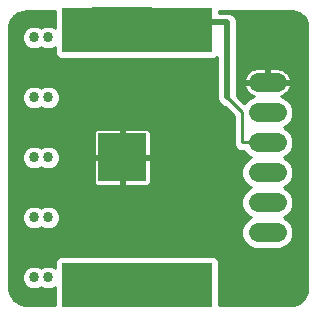
<source format=gbl>
G75*
G70*
%OFA0B0*%
%FSLAX24Y24*%
%IPPOS*%
%LPD*%
%AMOC8*
5,1,8,0,0,1.08239X$1,22.5*
%
%ADD10R,0.5000X0.1500*%
%ADD11C,0.0640*%
%ADD12R,0.2000X0.1000*%
%ADD13R,0.1600X0.1600*%
%ADD14C,0.0338*%
%ADD15C,0.0200*%
%ADD16C,0.0100*%
D10*
X007597Y002029D03*
X007597Y010529D03*
D11*
X011617Y008779D02*
X012257Y008779D01*
X012257Y007779D02*
X011617Y007779D01*
X011617Y006779D02*
X012257Y006779D01*
X012257Y005779D02*
X011617Y005779D01*
X011617Y004779D02*
X012257Y004779D01*
X012257Y003779D02*
X011617Y003779D01*
D12*
X007097Y001779D03*
X007097Y010779D03*
D13*
X007097Y006279D03*
D14*
X004635Y006279D03*
X004154Y006279D03*
X004154Y004279D03*
X004635Y004279D03*
X004635Y002279D03*
X004154Y002279D03*
X004154Y008279D03*
X004635Y008279D03*
X004635Y010279D03*
X004154Y010279D03*
D15*
X007097Y010779D02*
X010597Y010779D01*
X010597Y008279D01*
D16*
X003334Y001857D02*
X003391Y001681D01*
X003500Y001532D01*
X003649Y001423D01*
X003825Y001366D01*
X003917Y001359D01*
X004867Y001359D01*
X004867Y001947D01*
X004861Y001941D01*
X004714Y001880D01*
X004555Y001880D01*
X004408Y001941D01*
X004394Y001955D01*
X004380Y001941D01*
X004234Y001880D01*
X004075Y001880D01*
X003928Y001941D01*
X003816Y002053D01*
X003755Y002200D01*
X003755Y002358D01*
X003816Y002505D01*
X003928Y002617D01*
X004075Y002678D01*
X004234Y002678D01*
X004380Y002617D01*
X004394Y002603D01*
X004408Y002617D01*
X004555Y002678D01*
X004714Y002678D01*
X004861Y002617D01*
X004867Y002611D01*
X004867Y002874D01*
X005002Y003009D01*
X010192Y003009D01*
X010327Y002874D01*
X010327Y001359D01*
X012734Y001359D01*
X012817Y001366D01*
X012976Y001417D01*
X013111Y001515D01*
X013209Y001650D01*
X013261Y001809D01*
X013267Y001892D01*
X013267Y010563D01*
X013267Y010618D01*
X013267Y010658D01*
X013261Y010735D01*
X013214Y010881D01*
X013123Y011005D01*
X012999Y011096D01*
X012853Y011143D01*
X012776Y011149D01*
X010327Y011149D01*
X010327Y011109D01*
X010531Y011109D01*
X010663Y011109D01*
X010784Y011059D01*
X010877Y010966D01*
X010927Y010845D01*
X010927Y008345D01*
X011166Y008106D01*
X011306Y008245D01*
X011496Y008324D01*
X011437Y008344D01*
X011371Y008377D01*
X011311Y008421D01*
X011259Y008473D01*
X011215Y008533D01*
X011182Y008599D01*
X011159Y008669D01*
X011149Y008729D01*
X011887Y008729D01*
X011887Y008829D01*
X011149Y008829D01*
X011159Y008889D01*
X011182Y008959D01*
X011215Y009025D01*
X011259Y009085D01*
X011311Y009138D01*
X011371Y009181D01*
X011437Y009215D01*
X011507Y009237D01*
X011580Y009249D01*
X011887Y009249D01*
X011887Y008829D01*
X011987Y008829D01*
X011987Y009249D01*
X012294Y009249D01*
X012367Y009237D01*
X012438Y009215D01*
X012503Y009181D01*
X012563Y009138D01*
X012616Y009085D01*
X012659Y009025D01*
X012693Y008959D01*
X012716Y008889D01*
X012725Y008829D01*
X011987Y008829D01*
X011987Y008729D01*
X012725Y008729D01*
X012716Y008669D01*
X012693Y008599D01*
X012659Y008533D01*
X012616Y008473D01*
X012563Y008421D01*
X012503Y008377D01*
X012438Y008344D01*
X012378Y008324D01*
X012569Y008245D01*
X012723Y008091D01*
X012807Y007888D01*
X012807Y007670D01*
X012723Y007467D01*
X012569Y007313D01*
X012487Y007279D01*
X012569Y007245D01*
X012723Y007091D01*
X012807Y006888D01*
X012807Y006670D01*
X012723Y006467D01*
X012569Y006313D01*
X012487Y006279D01*
X012569Y006245D01*
X012723Y006091D01*
X012807Y005888D01*
X012807Y005670D01*
X012723Y005467D01*
X012569Y005313D01*
X012487Y005279D01*
X012569Y005245D01*
X012723Y005091D01*
X012807Y004888D01*
X012807Y004670D01*
X012723Y004467D01*
X012569Y004313D01*
X012487Y004279D01*
X012569Y004245D01*
X012723Y004091D01*
X012807Y003888D01*
X012807Y003670D01*
X012723Y003467D01*
X012569Y003313D01*
X012367Y003229D01*
X011508Y003229D01*
X011306Y003313D01*
X011151Y003467D01*
X011067Y003670D01*
X011067Y003888D01*
X011151Y004091D01*
X011306Y004245D01*
X011387Y004279D01*
X011306Y004313D01*
X011151Y004467D01*
X011067Y004670D01*
X011067Y004888D01*
X011151Y005091D01*
X011306Y005245D01*
X011387Y005279D01*
X011306Y005313D01*
X011151Y005467D01*
X011067Y005670D01*
X011067Y005888D01*
X011151Y006091D01*
X011306Y006245D01*
X011387Y006279D01*
X007147Y006279D01*
X007147Y006329D02*
X008047Y006329D01*
X008047Y007099D01*
X008037Y007137D01*
X008017Y007171D01*
X007989Y007199D01*
X007955Y007219D01*
X007917Y007229D01*
X007147Y007229D01*
X007147Y006329D01*
X007047Y006329D01*
X007047Y006229D01*
X006147Y006229D01*
X006147Y005459D01*
X006157Y005421D01*
X006177Y005387D01*
X006205Y005359D01*
X006239Y005339D01*
X006277Y005329D01*
X007047Y005329D01*
X007047Y006229D01*
X007147Y006229D01*
X007147Y005329D01*
X007917Y005329D01*
X007955Y005339D01*
X007989Y005359D01*
X008017Y005387D01*
X008037Y005421D01*
X008047Y005459D01*
X008047Y006229D01*
X007147Y006229D01*
X007147Y006329D01*
X007147Y006378D02*
X007047Y006378D01*
X007047Y006329D02*
X007047Y007229D01*
X006277Y007229D01*
X006239Y007219D01*
X006205Y007199D01*
X006177Y007171D01*
X006157Y007137D01*
X006147Y007099D01*
X006147Y006329D01*
X007047Y006329D01*
X007047Y006279D02*
X005034Y006279D01*
X005034Y006200D02*
X004973Y006053D01*
X004861Y005941D01*
X004714Y005880D01*
X004555Y005880D01*
X004408Y005941D01*
X004394Y005955D01*
X004380Y005941D01*
X004234Y005880D01*
X004075Y005880D01*
X003928Y005941D01*
X003816Y006053D01*
X003755Y006200D01*
X003755Y006358D01*
X003816Y006505D01*
X003928Y006617D01*
X004075Y006678D01*
X004234Y006678D01*
X004380Y006617D01*
X004394Y006603D01*
X004408Y006617D01*
X004555Y006678D01*
X004714Y006678D01*
X004861Y006617D01*
X004973Y006505D01*
X005034Y006358D01*
X005034Y006200D01*
X005026Y006181D02*
X006147Y006181D01*
X006147Y006082D02*
X004985Y006082D01*
X004903Y005983D02*
X006147Y005983D01*
X006147Y005885D02*
X004726Y005885D01*
X004543Y005885D02*
X004246Y005885D01*
X004063Y005885D02*
X003327Y005885D01*
X003327Y005983D02*
X003885Y005983D01*
X003804Y006082D02*
X003327Y006082D01*
X003327Y006181D02*
X003763Y006181D01*
X003755Y006279D02*
X003327Y006279D01*
X003327Y006378D02*
X003763Y006378D01*
X003804Y006476D02*
X003327Y006476D01*
X003327Y006575D02*
X003885Y006575D01*
X004063Y006673D02*
X003327Y006673D01*
X003327Y006772D02*
X006147Y006772D01*
X006147Y006870D02*
X003327Y006870D01*
X003327Y006969D02*
X006147Y006969D01*
X006147Y007067D02*
X003327Y007067D01*
X003327Y007166D02*
X006174Y007166D01*
X006147Y006673D02*
X004726Y006673D01*
X004903Y006575D02*
X006147Y006575D01*
X006147Y006476D02*
X004985Y006476D01*
X005026Y006378D02*
X006147Y006378D01*
X006147Y005786D02*
X003327Y005786D01*
X003327Y005688D02*
X006147Y005688D01*
X006147Y005589D02*
X003327Y005589D01*
X003327Y005491D02*
X006147Y005491D01*
X006174Y005392D02*
X003327Y005392D01*
X003327Y005294D02*
X011352Y005294D01*
X011255Y005195D02*
X003327Y005195D01*
X003327Y005097D02*
X011157Y005097D01*
X011113Y004998D02*
X003327Y004998D01*
X003327Y004899D02*
X011072Y004899D01*
X011067Y004801D02*
X003327Y004801D01*
X003327Y004702D02*
X011067Y004702D01*
X011094Y004604D02*
X004874Y004604D01*
X004861Y004617D02*
X004714Y004678D01*
X004555Y004678D01*
X004408Y004617D01*
X004394Y004603D01*
X004380Y004617D01*
X004234Y004678D01*
X004075Y004678D01*
X003928Y004617D01*
X003816Y004505D01*
X003755Y004358D01*
X003755Y004200D01*
X003816Y004053D01*
X003928Y003941D01*
X004075Y003880D01*
X004234Y003880D01*
X004380Y003941D01*
X004394Y003955D01*
X004408Y003941D01*
X004555Y003880D01*
X004714Y003880D01*
X004861Y003941D01*
X004973Y004053D01*
X005034Y004200D01*
X005034Y004358D01*
X004973Y004505D01*
X004861Y004617D01*
X004973Y004505D02*
X011135Y004505D01*
X011212Y004407D02*
X005014Y004407D01*
X005034Y004308D02*
X011317Y004308D01*
X011270Y004210D02*
X005034Y004210D01*
X004997Y004111D02*
X011171Y004111D01*
X011119Y004013D02*
X004933Y004013D01*
X004796Y003914D02*
X011078Y003914D01*
X011067Y003815D02*
X003327Y003815D01*
X003327Y003717D02*
X011067Y003717D01*
X011088Y003618D02*
X003327Y003618D01*
X003327Y003520D02*
X011129Y003520D01*
X011197Y003421D02*
X003327Y003421D01*
X003327Y003323D02*
X011296Y003323D01*
X010327Y002830D02*
X013267Y002830D01*
X013267Y002731D02*
X010327Y002731D01*
X010327Y002633D02*
X013267Y002633D01*
X013267Y002534D02*
X010327Y002534D01*
X010327Y002436D02*
X013267Y002436D01*
X013267Y002337D02*
X010327Y002337D01*
X010327Y002239D02*
X013267Y002239D01*
X013267Y002140D02*
X010327Y002140D01*
X010327Y002042D02*
X013267Y002042D01*
X013267Y001943D02*
X010327Y001943D01*
X010327Y001845D02*
X013263Y001845D01*
X013240Y001746D02*
X010327Y001746D01*
X010327Y001648D02*
X013207Y001648D01*
X013136Y001549D02*
X010327Y001549D01*
X010327Y001450D02*
X013022Y001450D01*
X013267Y002929D02*
X010273Y002929D01*
X012579Y003323D02*
X013267Y003323D01*
X013267Y003421D02*
X012677Y003421D01*
X012745Y003520D02*
X013267Y003520D01*
X013267Y003618D02*
X012786Y003618D01*
X012807Y003717D02*
X013267Y003717D01*
X013267Y003815D02*
X012807Y003815D01*
X012797Y003914D02*
X013267Y003914D01*
X013267Y004013D02*
X012756Y004013D01*
X012703Y004111D02*
X013267Y004111D01*
X013267Y004210D02*
X012604Y004210D01*
X012558Y004308D02*
X013267Y004308D01*
X013267Y004407D02*
X012663Y004407D01*
X012739Y004505D02*
X013267Y004505D01*
X013267Y004604D02*
X012780Y004604D01*
X012807Y004702D02*
X013267Y004702D01*
X013267Y004801D02*
X012807Y004801D01*
X012803Y004899D02*
X013267Y004899D01*
X013267Y004998D02*
X012762Y004998D01*
X012717Y005097D02*
X013267Y005097D01*
X013267Y005195D02*
X012619Y005195D01*
X012522Y005294D02*
X013267Y005294D01*
X013267Y005392D02*
X012648Y005392D01*
X012733Y005491D02*
X013267Y005491D01*
X013267Y005589D02*
X012774Y005589D01*
X012807Y005688D02*
X013267Y005688D01*
X013267Y005786D02*
X012807Y005786D01*
X012807Y005885D02*
X013267Y005885D01*
X013267Y005983D02*
X012768Y005983D01*
X012727Y006082D02*
X013267Y006082D01*
X013267Y006181D02*
X012633Y006181D01*
X012487Y006279D02*
X013267Y006279D01*
X013267Y006378D02*
X012634Y006378D01*
X012727Y006476D02*
X013267Y006476D01*
X013267Y006575D02*
X012768Y006575D01*
X012807Y006673D02*
X013267Y006673D01*
X013267Y006772D02*
X012807Y006772D01*
X012807Y006870D02*
X013267Y006870D01*
X013267Y006969D02*
X012774Y006969D01*
X012733Y007067D02*
X013267Y007067D01*
X013267Y007166D02*
X012648Y007166D01*
X012522Y007264D02*
X013267Y007264D01*
X013267Y007363D02*
X012619Y007363D01*
X012717Y007462D02*
X013267Y007462D01*
X013267Y007560D02*
X012762Y007560D01*
X012803Y007659D02*
X013267Y007659D01*
X013267Y007757D02*
X012807Y007757D01*
X012807Y007856D02*
X013267Y007856D01*
X013267Y007954D02*
X012780Y007954D01*
X012739Y008053D02*
X013267Y008053D01*
X013267Y008151D02*
X012663Y008151D01*
X012558Y008250D02*
X013267Y008250D01*
X013267Y008348D02*
X012447Y008348D01*
X012590Y008447D02*
X013267Y008447D01*
X013267Y008546D02*
X012666Y008546D01*
X012707Y008644D02*
X013267Y008644D01*
X013267Y008743D02*
X011987Y008743D01*
X011987Y008841D02*
X011887Y008841D01*
X011887Y008743D02*
X010927Y008743D01*
X010927Y008841D02*
X011151Y008841D01*
X011175Y008940D02*
X010927Y008940D01*
X010927Y009038D02*
X011225Y009038D01*
X011310Y009137D02*
X010927Y009137D01*
X010927Y009235D02*
X011501Y009235D01*
X011887Y009235D02*
X011987Y009235D01*
X011987Y009137D02*
X011887Y009137D01*
X011887Y009038D02*
X011987Y009038D01*
X011987Y008940D02*
X011887Y008940D01*
X012374Y009235D02*
X013267Y009235D01*
X013267Y009137D02*
X012564Y009137D01*
X012650Y009038D02*
X013267Y009038D01*
X013267Y008940D02*
X012699Y008940D01*
X012723Y008841D02*
X013267Y008841D01*
X013267Y009334D02*
X010927Y009334D01*
X010927Y009432D02*
X013267Y009432D01*
X013267Y009531D02*
X010927Y009531D01*
X010927Y009630D02*
X013267Y009630D01*
X013267Y009728D02*
X010927Y009728D01*
X010927Y009827D02*
X013267Y009827D01*
X013267Y009925D02*
X010927Y009925D01*
X010927Y010024D02*
X013267Y010024D01*
X013267Y010122D02*
X010927Y010122D01*
X010927Y010221D02*
X013267Y010221D01*
X013267Y010319D02*
X010927Y010319D01*
X010927Y010418D02*
X013267Y010418D01*
X013267Y010516D02*
X010927Y010516D01*
X010927Y010615D02*
X013267Y010615D01*
X013263Y010714D02*
X010927Y010714D01*
X010927Y010812D02*
X013236Y010812D01*
X013192Y010911D02*
X010900Y010911D01*
X010834Y011009D02*
X013118Y011009D01*
X012962Y011108D02*
X010666Y011108D01*
X010267Y009624D02*
X010267Y008213D01*
X010317Y008092D01*
X010410Y007999D01*
X010531Y007949D01*
X010817Y007663D01*
X010817Y006835D01*
X010817Y006723D01*
X010860Y006620D01*
X010939Y006542D01*
X011041Y006499D01*
X011138Y006499D01*
X011151Y006467D01*
X011306Y006313D01*
X011387Y006279D01*
X011241Y006181D02*
X008047Y006181D01*
X008047Y006082D02*
X011147Y006082D01*
X011107Y005983D02*
X008047Y005983D01*
X008047Y005885D02*
X011067Y005885D01*
X011067Y005786D02*
X008047Y005786D01*
X008047Y005688D02*
X011067Y005688D01*
X011100Y005589D02*
X008047Y005589D01*
X008047Y005491D02*
X011141Y005491D01*
X011226Y005392D02*
X008020Y005392D01*
X007147Y005392D02*
X007047Y005392D01*
X007047Y005491D02*
X007147Y005491D01*
X007147Y005589D02*
X007047Y005589D01*
X007047Y005688D02*
X007147Y005688D01*
X007147Y005786D02*
X007047Y005786D01*
X007047Y005885D02*
X007147Y005885D01*
X007147Y005983D02*
X007047Y005983D01*
X007047Y006082D02*
X007147Y006082D01*
X007147Y006181D02*
X007047Y006181D01*
X007047Y006476D02*
X007147Y006476D01*
X007147Y006575D02*
X007047Y006575D01*
X007047Y006673D02*
X007147Y006673D01*
X007147Y006772D02*
X007047Y006772D01*
X007047Y006870D02*
X007147Y006870D01*
X007147Y006969D02*
X007047Y006969D01*
X007047Y007067D02*
X007147Y007067D01*
X007147Y007166D02*
X007047Y007166D01*
X008020Y007166D02*
X010817Y007166D01*
X010817Y007264D02*
X003327Y007264D01*
X003327Y007363D02*
X010817Y007363D01*
X010817Y007462D02*
X003327Y007462D01*
X003327Y007560D02*
X010817Y007560D01*
X010817Y007659D02*
X003327Y007659D01*
X003327Y007757D02*
X010723Y007757D01*
X010624Y007856D02*
X003327Y007856D01*
X003327Y007954D02*
X003914Y007954D01*
X003928Y007941D02*
X004075Y007880D01*
X004234Y007880D01*
X004380Y007941D01*
X004394Y007955D01*
X004408Y007941D01*
X004555Y007880D01*
X004714Y007880D01*
X004861Y007941D01*
X004973Y008053D01*
X005034Y008200D01*
X005034Y008358D01*
X004973Y008505D01*
X004861Y008617D01*
X004714Y008678D01*
X004555Y008678D01*
X004408Y008617D01*
X004394Y008603D01*
X004380Y008617D01*
X004234Y008678D01*
X004075Y008678D01*
X003928Y008617D01*
X003816Y008505D01*
X003755Y008358D01*
X003755Y008200D01*
X003816Y008053D01*
X003327Y008053D01*
X003327Y008151D02*
X003775Y008151D01*
X003755Y008250D02*
X003327Y008250D01*
X003327Y008348D02*
X003755Y008348D01*
X003792Y008447D02*
X003327Y008447D01*
X003327Y008546D02*
X003856Y008546D01*
X003992Y008644D02*
X003327Y008644D01*
X003327Y008743D02*
X010267Y008743D01*
X010267Y008841D02*
X003327Y008841D01*
X003327Y008940D02*
X010267Y008940D01*
X010267Y009038D02*
X003327Y009038D01*
X003327Y009137D02*
X010267Y009137D01*
X010267Y009235D02*
X003327Y009235D01*
X003327Y009334D02*
X010267Y009334D01*
X010267Y009432D02*
X003327Y009432D01*
X003327Y009531D02*
X010267Y009531D01*
X010192Y009549D02*
X010267Y009624D01*
X010192Y009549D02*
X005002Y009549D01*
X004867Y009684D01*
X004867Y009947D01*
X004861Y009941D01*
X004714Y009880D01*
X004555Y009880D01*
X004408Y009941D01*
X004394Y009955D01*
X004380Y009941D01*
X004234Y009880D01*
X004075Y009880D01*
X003928Y009941D01*
X003816Y010053D01*
X003755Y010200D01*
X003755Y010358D01*
X003816Y010505D01*
X003928Y010617D01*
X004075Y010678D01*
X004234Y010678D01*
X004380Y010617D01*
X004394Y010603D01*
X004408Y010617D01*
X004555Y010678D01*
X004714Y010678D01*
X004861Y010617D01*
X004867Y010611D01*
X004867Y011149D01*
X003973Y011149D01*
X003946Y011149D01*
X003878Y011149D01*
X003792Y011142D01*
X003628Y011089D01*
X003489Y010988D01*
X003387Y010848D01*
X003334Y010684D01*
X003327Y010598D01*
X003327Y002044D01*
X003327Y002026D01*
X003327Y001949D01*
X003334Y001857D01*
X003338Y001845D02*
X004867Y001845D01*
X004863Y001943D02*
X004867Y001943D01*
X004867Y001746D02*
X003370Y001746D01*
X003416Y001648D02*
X004867Y001648D01*
X004867Y001549D02*
X003488Y001549D01*
X003612Y001450D02*
X004867Y001450D01*
X004406Y001943D02*
X004383Y001943D01*
X003926Y001943D02*
X003328Y001943D01*
X003327Y002042D02*
X003827Y002042D01*
X003780Y002140D02*
X003327Y002140D01*
X003327Y002239D02*
X003755Y002239D01*
X003755Y002337D02*
X003327Y002337D01*
X003327Y002436D02*
X003787Y002436D01*
X003845Y002534D02*
X003327Y002534D01*
X003327Y002633D02*
X003966Y002633D01*
X004343Y002633D02*
X004446Y002633D01*
X004823Y002633D02*
X004867Y002633D01*
X004867Y002731D02*
X003327Y002731D01*
X003327Y002830D02*
X004867Y002830D01*
X004921Y002929D02*
X003327Y002929D01*
X003327Y003027D02*
X013267Y003027D01*
X013267Y003126D02*
X003327Y003126D01*
X003327Y003224D02*
X013267Y003224D01*
X011241Y006378D02*
X008047Y006378D01*
X008047Y006476D02*
X011147Y006476D01*
X010906Y006575D02*
X008047Y006575D01*
X008047Y006673D02*
X010838Y006673D01*
X010817Y006772D02*
X008047Y006772D01*
X008047Y006870D02*
X010817Y006870D01*
X010817Y006969D02*
X008047Y006969D01*
X008047Y007067D02*
X010817Y007067D01*
X011097Y006779D02*
X011937Y006779D01*
X011097Y006779D02*
X011097Y007779D01*
X010597Y008279D01*
X010293Y008151D02*
X005014Y008151D01*
X005034Y008250D02*
X010267Y008250D01*
X010267Y008348D02*
X005034Y008348D01*
X004997Y008447D02*
X010267Y008447D01*
X010267Y008546D02*
X004933Y008546D01*
X004796Y008644D02*
X010267Y008644D01*
X010927Y008644D02*
X011167Y008644D01*
X011209Y008546D02*
X010927Y008546D01*
X010927Y008447D02*
X011285Y008447D01*
X011427Y008348D02*
X010927Y008348D01*
X011022Y008250D02*
X011317Y008250D01*
X011212Y008151D02*
X011121Y008151D01*
X010519Y007954D02*
X004874Y007954D01*
X004973Y008053D02*
X010357Y008053D01*
X004921Y009630D02*
X003327Y009630D01*
X003327Y009728D02*
X004867Y009728D01*
X004867Y009827D02*
X003327Y009827D01*
X003327Y009925D02*
X003965Y009925D01*
X003845Y010024D02*
X003327Y010024D01*
X003327Y010122D02*
X003787Y010122D01*
X003755Y010221D02*
X003327Y010221D01*
X003327Y010319D02*
X003755Y010319D01*
X003780Y010418D02*
X003327Y010418D01*
X003327Y010516D02*
X003827Y010516D01*
X003926Y010615D02*
X003328Y010615D01*
X003343Y010714D02*
X004867Y010714D01*
X004867Y010812D02*
X003375Y010812D01*
X003433Y010911D02*
X004867Y010911D01*
X004867Y011009D02*
X003518Y011009D01*
X003686Y011108D02*
X004867Y011108D01*
X004863Y010615D02*
X004867Y010615D01*
X004406Y010615D02*
X004383Y010615D01*
X004343Y009925D02*
X004446Y009925D01*
X004823Y009925D02*
X004867Y009925D01*
X004473Y008644D02*
X004316Y008644D01*
X003816Y008053D02*
X003928Y007941D01*
X004394Y007954D02*
X004395Y007954D01*
X004246Y006673D02*
X004543Y006673D01*
X004394Y004604D02*
X004395Y004604D01*
X003914Y004604D02*
X003327Y004604D01*
X003327Y004505D02*
X003816Y004505D01*
X003775Y004407D02*
X003327Y004407D01*
X003327Y004308D02*
X003755Y004308D01*
X003755Y004210D02*
X003327Y004210D01*
X003327Y004111D02*
X003792Y004111D01*
X003856Y004013D02*
X003327Y004013D01*
X003327Y003914D02*
X003992Y003914D01*
X004316Y003914D02*
X004473Y003914D01*
M02*

</source>
